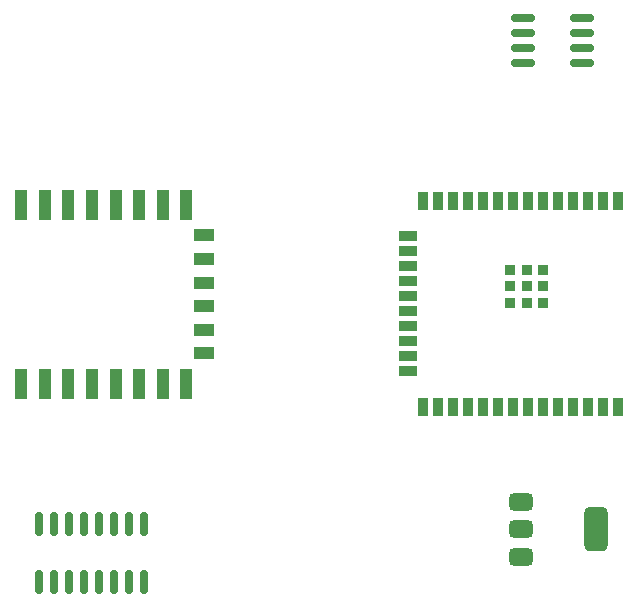
<source format=gtp>
%TF.GenerationSoftware,KiCad,Pcbnew,9.0.3*%
%TF.CreationDate,2025-07-31T09:26:23+09:00*%
%TF.ProjectId,OnStepJuwei17,4f6e5374-6570-44a7-9577-656931372e6b,rev?*%
%TF.SameCoordinates,Original*%
%TF.FileFunction,Paste,Top*%
%TF.FilePolarity,Positive*%
%FSLAX46Y46*%
G04 Gerber Fmt 4.6, Leading zero omitted, Abs format (unit mm)*
G04 Created by KiCad (PCBNEW 9.0.3) date 2025-07-31 09:26:23*
%MOMM*%
%LPD*%
G01*
G04 APERTURE LIST*
G04 Aperture macros list*
%AMRoundRect*
0 Rectangle with rounded corners*
0 $1 Rounding radius*
0 $2 $3 $4 $5 $6 $7 $8 $9 X,Y pos of 4 corners*
0 Add a 4 corners polygon primitive as box body*
4,1,4,$2,$3,$4,$5,$6,$7,$8,$9,$2,$3,0*
0 Add four circle primitives for the rounded corners*
1,1,$1+$1,$2,$3*
1,1,$1+$1,$4,$5*
1,1,$1+$1,$6,$7*
1,1,$1+$1,$8,$9*
0 Add four rect primitives between the rounded corners*
20,1,$1+$1,$2,$3,$4,$5,0*
20,1,$1+$1,$4,$5,$6,$7,0*
20,1,$1+$1,$6,$7,$8,$9,0*
20,1,$1+$1,$8,$9,$2,$3,0*%
G04 Aperture macros list end*
%ADD10R,1.000000X2.500000*%
%ADD11R,1.800000X1.000000*%
%ADD12RoundRect,0.150000X-0.825000X-0.150000X0.825000X-0.150000X0.825000X0.150000X-0.825000X0.150000X0*%
%ADD13R,0.900000X1.500000*%
%ADD14R,1.500000X0.900000*%
%ADD15R,0.900000X0.900000*%
%ADD16RoundRect,0.150000X0.150000X-0.825000X0.150000X0.825000X-0.150000X0.825000X-0.150000X-0.825000X0*%
%ADD17RoundRect,0.375000X-0.625000X-0.375000X0.625000X-0.375000X0.625000X0.375000X-0.625000X0.375000X0*%
%ADD18RoundRect,0.500000X-0.500000X-1.400000X0.500000X-1.400000X0.500000X1.400000X-0.500000X1.400000X0*%
G04 APERTURE END LIST*
D10*
%TO.C,U4*%
X59500000Y-100700000D03*
X61500000Y-100700000D03*
X63500000Y-100700000D03*
X65500000Y-100700000D03*
X67500000Y-100700000D03*
X69500000Y-100700000D03*
X71500000Y-100700000D03*
X73500000Y-100700000D03*
D11*
X75000000Y-98100000D03*
X75000000Y-96100000D03*
X75000000Y-94100000D03*
X75000000Y-92100000D03*
X75000000Y-90100000D03*
X75000000Y-88100000D03*
D10*
X73500000Y-85500000D03*
X71500000Y-85500000D03*
X69500000Y-85500000D03*
X67500000Y-85500000D03*
X65500000Y-85500000D03*
X63500000Y-85500000D03*
X61500000Y-85500000D03*
X59500000Y-85500000D03*
%TD*%
D12*
%TO.C,U2*%
X102000000Y-69690000D03*
X102000000Y-70960000D03*
X102000000Y-72230000D03*
X102000000Y-73500000D03*
X106950000Y-73500000D03*
X106950000Y-72230000D03*
X106950000Y-70960000D03*
X106950000Y-69690000D03*
%TD*%
D13*
%TO.C,U1*%
X110010000Y-85150000D03*
X108740000Y-85150000D03*
X107470000Y-85150000D03*
X106200000Y-85150000D03*
X104930000Y-85150000D03*
X103660000Y-85150000D03*
X102390000Y-85150000D03*
X101120000Y-85150000D03*
X99850000Y-85150000D03*
X98580000Y-85150000D03*
X97310000Y-85150000D03*
X96040000Y-85150000D03*
X94770000Y-85150000D03*
X93500000Y-85150000D03*
D14*
X92250000Y-88190000D03*
X92250000Y-89460000D03*
X92250000Y-90730000D03*
X92250000Y-92000000D03*
X92250000Y-93270000D03*
X92250000Y-94540000D03*
X92250000Y-95810000D03*
X92250000Y-97080000D03*
X92250000Y-98350000D03*
X92250000Y-99620000D03*
D13*
X93500000Y-102650000D03*
X94770000Y-102650000D03*
X96040000Y-102650000D03*
X97310000Y-102650000D03*
X98580000Y-102650000D03*
X99850000Y-102650000D03*
X101120000Y-102650000D03*
X102390000Y-102650000D03*
X103660000Y-102650000D03*
X104930000Y-102650000D03*
X106200000Y-102650000D03*
X107470000Y-102650000D03*
X108740000Y-102650000D03*
X110010000Y-102650000D03*
D15*
X103690000Y-91000000D03*
X102290000Y-91000000D03*
X100890000Y-91000000D03*
X103690000Y-92400000D03*
X102290000Y-92400000D03*
X100890000Y-92400000D03*
X103690000Y-93800000D03*
X102290000Y-93800000D03*
X100890000Y-93800000D03*
%TD*%
D16*
%TO.C,U3*%
X61055000Y-117450000D03*
X62325000Y-117450000D03*
X63595000Y-117450000D03*
X64865000Y-117450000D03*
X66135000Y-117450000D03*
X67405000Y-117450000D03*
X68675000Y-117450000D03*
X69945000Y-117450000D03*
X69945000Y-112500000D03*
X68675000Y-112500000D03*
X67405000Y-112500000D03*
X66135000Y-112500000D03*
X64865000Y-112500000D03*
X63595000Y-112500000D03*
X62325000Y-112500000D03*
X61055000Y-112500000D03*
%TD*%
D17*
%TO.C,U5*%
X101850000Y-110700000D03*
X101850000Y-113000000D03*
D18*
X108150000Y-113000000D03*
D17*
X101850000Y-115300000D03*
%TD*%
M02*

</source>
